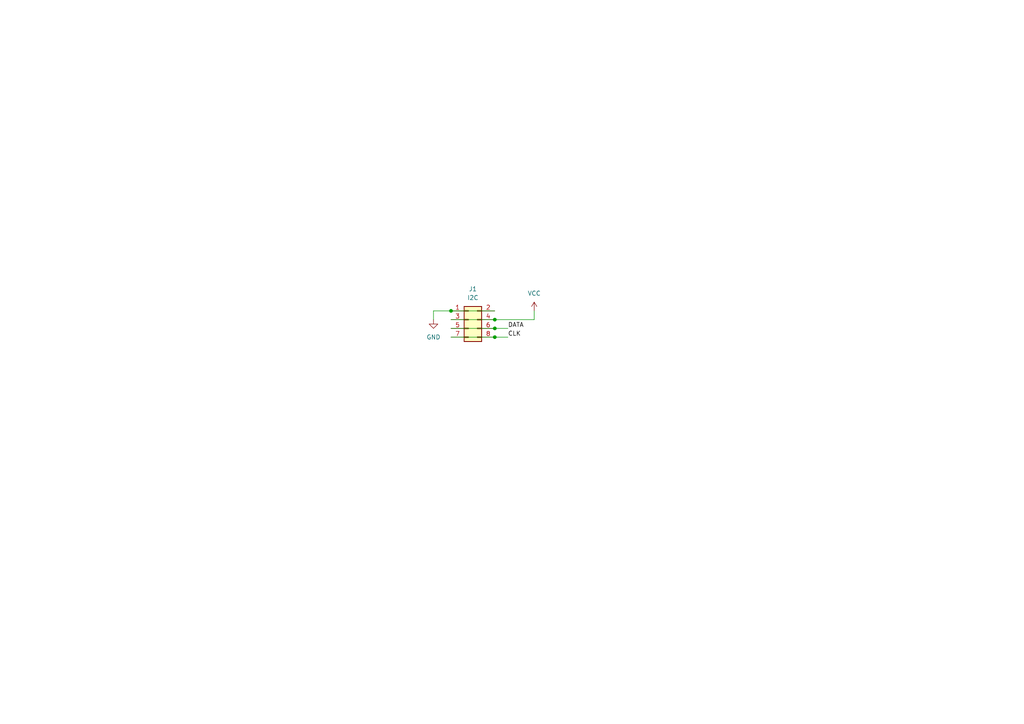
<source format=kicad_sch>
(kicad_sch (version 20211123) (generator eeschema)
  (paper "A4")
  (lib_symbols
    (symbol "Connector_Generic:Conn_02x04_Odd_Even" (pin_names (offset 1.016) hide)
      (property "Reference" "J" (at 1.27 5.08 0))
      (property "Value" "Conn_02x04_Odd_Even" (at 1.27 -7.62 0))
      (symbol "Conn_02x04_Odd_Even_1_1"
        (rectangle (start -1.27 -4.953) (end 0 -5.207) (stroke (width 0.1524)))
        (rectangle (start -1.27 -2.413) (end 0 -2.667) (stroke (width 0.1524)))
        (rectangle (start -1.27 0.127) (end 0 -0.127) (stroke (width 0.1524)))
        (rectangle (start -1.27 2.667) (end 0 2.413) (stroke (width 0.1524)))
        (rectangle (start -1.27 3.81) (end 3.81 -6.35) (stroke (width 0.254)) (fill (type background)))
        (rectangle (start 3.81 -4.953) (end 2.54 -5.207) (stroke (width 0.1524)))
        (rectangle (start 3.81 -2.413) (end 2.54 -2.667) (stroke (width 0.1524)))
        (rectangle (start 3.81 0.127) (end 2.54 -0.127) (stroke (width 0.1524)))
        (rectangle (start 3.81 2.667) (end 2.54 2.413) (stroke (width 0.1524)))
        (pin passive line (at -5.08 2.54 0) (length 3.81) (name "Pin_1") (number "1"))
        (pin passive line (at 7.62 2.54 180) (length 3.81) (name "Pin_2") (number "2"))
        (pin passive line (at -5.08 0 0) (length 3.81) (name "Pin_3") (number "3"))
        (pin passive line (at 7.62 0 180) (length 3.81) (name "Pin_4") (number "4"))
        (pin passive line (at -5.08 -2.54 0) (length 3.81) (name "Pin_5") (number "5"))
        (pin passive line (at 7.62 -2.54 180) (length 3.81) (name "Pin_6") (number "6"))
        (pin passive line (at -5.08 -5.08 0) (length 3.81) (name "Pin_7") (number "7"))
        (pin passive line (at 7.62 -5.08 180) (length 3.81) (name "Pin_8") (number "8"))
      )
    )
    (symbol "power:GND" (power) (pin_names (offset 0))
      (property "Value" "GND" (at 0 -3.81 0))
      (symbol "GND_0_1"
        (polyline (pts (xy 0 0) (xy 0 -1.27) (xy 1.27 -1.27) (xy 0 -2.54) (xy -1.27 -1.27) (xy 0 -1.27)))
      )
      (symbol "GND_1_1"
        (pin power_in line (at 0 0 270) (length 0) hide (name "GND") (number "1"))
      )
    )
    (symbol "power:VCC" (power) (pin_names (offset 0))
      (property "Value" "VCC" (at 0 3.81 0))
      (symbol "VCC_0_1"
        (polyline (pts (xy -0.762 1.27) (xy 0 2.54)))
        (polyline (pts (xy 0 0) (xy 0 2.54)))
        (polyline (pts (xy 0 2.54) (xy 0.762 1.27)))
      )
      (symbol "VCC_1_1"
        (pin power_in line (at 0 0 90) (length 0) hide (name "VCC") (number "1"))
      )
    )
  )
  (junction (at 143.51 97.79))
  (junction (at 143.51 95.25))
  (junction (at 143.51 92.71))
  (junction (at 130.81 90.17))
  (wire (pts (xy 130.81 92.71) (xy 143.51 92.71)))
  (wire (pts (xy 125.73 90.17) (xy 130.81 90.17)))
  (wire (pts (xy 143.51 95.25) (xy 147.32 95.25)))
  (wire (pts (xy 130.81 97.79) (xy 143.51 97.79)))
  (wire (pts (xy 143.51 97.79) (xy 147.32 97.79)))
  (wire (pts (xy 130.81 95.25) (xy 143.51 95.25)))
  (wire (pts (xy 154.94 90.17) (xy 154.94 92.71)))
  (wire (pts (xy 130.81 90.17) (xy 143.51 90.17)))
  (wire (pts (xy 154.94 92.71) (xy 143.51 92.71)))
  (wire (pts (xy 125.73 92.71) (xy 125.73 90.17)))
  (label "DATA" (at 147.32 95.25 0))
  (label "CLK" (at 147.32 97.79 0))
  (symbol (lib_id "Connector_Generic:Conn_02x04_Odd_Even") (at 135.89 92.71 0) (unit 1)
    (property "Reference" "J1" (at 137.16 83.82 0))
    (property "Value" "I2C" (at 137.16 86.36 0))
    (property "Footprint" "Connector_PinHeader_2.54mm:PinHeader_2x04_P2.54mm_Vertical" (effects hide))
  )
  (symbol (lib_id "power:VCC") (at 154.94 90.17 0) (unit 1)
    (property "Reference" "#PWR0102" (effects hide))
    (property "Value" "VCC" (at 154.94 85.09 0))
  )
  (symbol (lib_id "power:GND") (at 125.73 92.71 0) (unit 1)
    (property "Reference" "#PWR0101" (effects hide))
    (property "Value" "GND" (at 125.73 97.79 0))
  )
)
</source>
